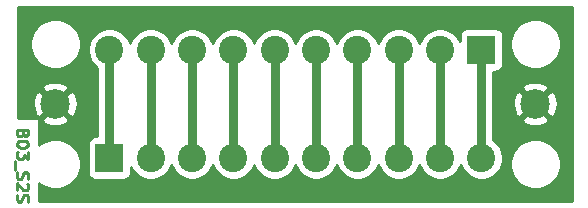
<source format=gbr>
G04 #@! TF.GenerationSoftware,KiCad,Pcbnew,5.1.5-52549c5~86~ubuntu18.04.1*
G04 #@! TF.CreationDate,2020-09-06T15:49:57-05:00*
G04 #@! TF.ProjectId,B03,4230332e-6b69-4636-9164-5f7063625858,rev?*
G04 #@! TF.SameCoordinates,Original*
G04 #@! TF.FileFunction,Copper,L1,Top*
G04 #@! TF.FilePolarity,Positive*
%FSLAX46Y46*%
G04 Gerber Fmt 4.6, Leading zero omitted, Abs format (unit mm)*
G04 Created by KiCad (PCBNEW 5.1.5-52549c5~86~ubuntu18.04.1) date 2020-09-06 15:49:57*
%MOMM*%
%LPD*%
G04 APERTURE LIST*
%ADD10C,0.250000*%
%ADD11C,2.400000*%
%ADD12R,2.400000X2.400000*%
%ADD13C,2.499360*%
%ADD14C,0.750000*%
%ADD15C,0.254000*%
G04 APERTURE END LIST*
D10*
X21051828Y-31396323D02*
X21004209Y-31539180D01*
X20956590Y-31586800D01*
X20861352Y-31634419D01*
X20718495Y-31634419D01*
X20623257Y-31586800D01*
X20575638Y-31539180D01*
X20528019Y-31443942D01*
X20528019Y-31062990D01*
X21528019Y-31062990D01*
X21528019Y-31396323D01*
X21480400Y-31491561D01*
X21432780Y-31539180D01*
X21337542Y-31586800D01*
X21242304Y-31586800D01*
X21147066Y-31539180D01*
X21099447Y-31491561D01*
X21051828Y-31396323D01*
X21051828Y-31062990D01*
X21528019Y-32253466D02*
X21528019Y-32348704D01*
X21480400Y-32443942D01*
X21432780Y-32491561D01*
X21337542Y-32539180D01*
X21147066Y-32586800D01*
X20908971Y-32586800D01*
X20718495Y-32539180D01*
X20623257Y-32491561D01*
X20575638Y-32443942D01*
X20528019Y-32348704D01*
X20528019Y-32253466D01*
X20575638Y-32158228D01*
X20623257Y-32110609D01*
X20718495Y-32062990D01*
X20908971Y-32015371D01*
X21147066Y-32015371D01*
X21337542Y-32062990D01*
X21432780Y-32110609D01*
X21480400Y-32158228D01*
X21528019Y-32253466D01*
X21528019Y-32920133D02*
X21528019Y-33539180D01*
X21147066Y-33205847D01*
X21147066Y-33348704D01*
X21099447Y-33443942D01*
X21051828Y-33491561D01*
X20956590Y-33539180D01*
X20718495Y-33539180D01*
X20623257Y-33491561D01*
X20575638Y-33443942D01*
X20528019Y-33348704D01*
X20528019Y-33062990D01*
X20575638Y-32967752D01*
X20623257Y-32920133D01*
X20432780Y-33729657D02*
X20432780Y-34491561D01*
X20575638Y-34682038D02*
X20528019Y-34824895D01*
X20528019Y-35062990D01*
X20575638Y-35158228D01*
X20623257Y-35205847D01*
X20718495Y-35253466D01*
X20813733Y-35253466D01*
X20908971Y-35205847D01*
X20956590Y-35158228D01*
X21004209Y-35062990D01*
X21051828Y-34872514D01*
X21099447Y-34777276D01*
X21147066Y-34729657D01*
X21242304Y-34682038D01*
X21337542Y-34682038D01*
X21432780Y-34729657D01*
X21480400Y-34777276D01*
X21528019Y-34872514D01*
X21528019Y-35110609D01*
X21480400Y-35253466D01*
X21432780Y-35634419D02*
X21480400Y-35682038D01*
X21528019Y-35777276D01*
X21528019Y-36015371D01*
X21480400Y-36110609D01*
X21432780Y-36158228D01*
X21337542Y-36205847D01*
X21242304Y-36205847D01*
X21099447Y-36158228D01*
X20528019Y-35586800D01*
X20528019Y-36205847D01*
X20575638Y-36586800D02*
X20528019Y-36729657D01*
X20528019Y-36967752D01*
X20575638Y-37062990D01*
X20623257Y-37110609D01*
X20718495Y-37158228D01*
X20813733Y-37158228D01*
X20908971Y-37110609D01*
X20956590Y-37062990D01*
X21004209Y-36967752D01*
X21051828Y-36777276D01*
X21099447Y-36682038D01*
X21147066Y-36634419D01*
X21242304Y-36586800D01*
X21337542Y-36586800D01*
X21432780Y-36634419D01*
X21480400Y-36682038D01*
X21528019Y-36777276D01*
X21528019Y-37015371D01*
X21480400Y-37158228D01*
D11*
X28380000Y-24307800D03*
X31880000Y-24307800D03*
X35380000Y-24307800D03*
X38880000Y-24307800D03*
X42380000Y-24307800D03*
X45880000Y-24307800D03*
X49380000Y-24307800D03*
X52880000Y-24307800D03*
X56380000Y-24307800D03*
D12*
X59880000Y-24307800D03*
D11*
X59880000Y-33472200D03*
X56380000Y-33472200D03*
X52880000Y-33472200D03*
X49380000Y-33472200D03*
X45880000Y-33472200D03*
X42380000Y-33472200D03*
X38880000Y-33472200D03*
X35380000Y-33472200D03*
X31880000Y-33472200D03*
D12*
X28380000Y-33472200D03*
D13*
X64450000Y-28890000D03*
X23810000Y-28890000D03*
D14*
X59880000Y-33472200D02*
X59880000Y-24307800D01*
X56380000Y-33472200D02*
X56380000Y-24307800D01*
X52880000Y-33472200D02*
X52880000Y-24307800D01*
X49380000Y-33472200D02*
X49380000Y-24307800D01*
X45880000Y-33472200D02*
X45880000Y-24307800D01*
X42380000Y-33472200D02*
X42380000Y-24307800D01*
X38880000Y-33472200D02*
X38880000Y-24307800D01*
X35380000Y-33472200D02*
X35380000Y-24307800D01*
X31880000Y-33472200D02*
X31880000Y-24307800D01*
X28380000Y-31522200D02*
X28380000Y-24307800D01*
X28380000Y-33472200D02*
X28380000Y-31522200D01*
D15*
G36*
X67513838Y-37120000D02*
G01*
X22397900Y-37120000D01*
X22397900Y-35577246D01*
X22449017Y-35628363D01*
X22798698Y-35862012D01*
X23187244Y-36022953D01*
X23599721Y-36105000D01*
X24020279Y-36105000D01*
X24432756Y-36022953D01*
X24821302Y-35862012D01*
X25170983Y-35628363D01*
X25468363Y-35330983D01*
X25702012Y-34981302D01*
X25862953Y-34592756D01*
X25945000Y-34180279D01*
X25945000Y-33759721D01*
X25862953Y-33347244D01*
X25702012Y-32958698D01*
X25468363Y-32609017D01*
X25170983Y-32311637D01*
X25111962Y-32272200D01*
X26541928Y-32272200D01*
X26541928Y-34672200D01*
X26554188Y-34796682D01*
X26590498Y-34916380D01*
X26649463Y-35026694D01*
X26728815Y-35123385D01*
X26825506Y-35202737D01*
X26935820Y-35261702D01*
X27055518Y-35298012D01*
X27180000Y-35310272D01*
X29580000Y-35310272D01*
X29704482Y-35298012D01*
X29824180Y-35261702D01*
X29934494Y-35202737D01*
X30031185Y-35123385D01*
X30110537Y-35026694D01*
X30169502Y-34916380D01*
X30205812Y-34796682D01*
X30218072Y-34672200D01*
X30218072Y-34255038D01*
X30253844Y-34341399D01*
X30454662Y-34641944D01*
X30710256Y-34897538D01*
X31010801Y-35098356D01*
X31344750Y-35236682D01*
X31699268Y-35307200D01*
X32060732Y-35307200D01*
X32415250Y-35236682D01*
X32749199Y-35098356D01*
X33049744Y-34897538D01*
X33305338Y-34641944D01*
X33506156Y-34341399D01*
X33630000Y-34042413D01*
X33753844Y-34341399D01*
X33954662Y-34641944D01*
X34210256Y-34897538D01*
X34510801Y-35098356D01*
X34844750Y-35236682D01*
X35199268Y-35307200D01*
X35560732Y-35307200D01*
X35915250Y-35236682D01*
X36249199Y-35098356D01*
X36549744Y-34897538D01*
X36805338Y-34641944D01*
X37006156Y-34341399D01*
X37130000Y-34042413D01*
X37253844Y-34341399D01*
X37454662Y-34641944D01*
X37710256Y-34897538D01*
X38010801Y-35098356D01*
X38344750Y-35236682D01*
X38699268Y-35307200D01*
X39060732Y-35307200D01*
X39415250Y-35236682D01*
X39749199Y-35098356D01*
X40049744Y-34897538D01*
X40305338Y-34641944D01*
X40506156Y-34341399D01*
X40630000Y-34042413D01*
X40753844Y-34341399D01*
X40954662Y-34641944D01*
X41210256Y-34897538D01*
X41510801Y-35098356D01*
X41844750Y-35236682D01*
X42199268Y-35307200D01*
X42560732Y-35307200D01*
X42915250Y-35236682D01*
X43249199Y-35098356D01*
X43549744Y-34897538D01*
X43805338Y-34641944D01*
X44006156Y-34341399D01*
X44130000Y-34042413D01*
X44253844Y-34341399D01*
X44454662Y-34641944D01*
X44710256Y-34897538D01*
X45010801Y-35098356D01*
X45344750Y-35236682D01*
X45699268Y-35307200D01*
X46060732Y-35307200D01*
X46415250Y-35236682D01*
X46749199Y-35098356D01*
X47049744Y-34897538D01*
X47305338Y-34641944D01*
X47506156Y-34341399D01*
X47630000Y-34042413D01*
X47753844Y-34341399D01*
X47954662Y-34641944D01*
X48210256Y-34897538D01*
X48510801Y-35098356D01*
X48844750Y-35236682D01*
X49199268Y-35307200D01*
X49560732Y-35307200D01*
X49915250Y-35236682D01*
X50249199Y-35098356D01*
X50549744Y-34897538D01*
X50805338Y-34641944D01*
X51006156Y-34341399D01*
X51130000Y-34042413D01*
X51253844Y-34341399D01*
X51454662Y-34641944D01*
X51710256Y-34897538D01*
X52010801Y-35098356D01*
X52344750Y-35236682D01*
X52699268Y-35307200D01*
X53060732Y-35307200D01*
X53415250Y-35236682D01*
X53749199Y-35098356D01*
X54049744Y-34897538D01*
X54305338Y-34641944D01*
X54506156Y-34341399D01*
X54630000Y-34042413D01*
X54753844Y-34341399D01*
X54954662Y-34641944D01*
X55210256Y-34897538D01*
X55510801Y-35098356D01*
X55844750Y-35236682D01*
X56199268Y-35307200D01*
X56560732Y-35307200D01*
X56915250Y-35236682D01*
X57249199Y-35098356D01*
X57549744Y-34897538D01*
X57805338Y-34641944D01*
X58006156Y-34341399D01*
X58130000Y-34042413D01*
X58253844Y-34341399D01*
X58454662Y-34641944D01*
X58710256Y-34897538D01*
X59010801Y-35098356D01*
X59344750Y-35236682D01*
X59699268Y-35307200D01*
X60060732Y-35307200D01*
X60415250Y-35236682D01*
X60749199Y-35098356D01*
X61049744Y-34897538D01*
X61305338Y-34641944D01*
X61506156Y-34341399D01*
X61644482Y-34007450D01*
X61693758Y-33759721D01*
X62315000Y-33759721D01*
X62315000Y-34180279D01*
X62397047Y-34592756D01*
X62557988Y-34981302D01*
X62791637Y-35330983D01*
X63089017Y-35628363D01*
X63438698Y-35862012D01*
X63827244Y-36022953D01*
X64239721Y-36105000D01*
X64660279Y-36105000D01*
X65072756Y-36022953D01*
X65461302Y-35862012D01*
X65810983Y-35628363D01*
X66108363Y-35330983D01*
X66342012Y-34981302D01*
X66502953Y-34592756D01*
X66585000Y-34180279D01*
X66585000Y-33759721D01*
X66502953Y-33347244D01*
X66342012Y-32958698D01*
X66108363Y-32609017D01*
X65810983Y-32311637D01*
X65461302Y-32077988D01*
X65072756Y-31917047D01*
X64660279Y-31835000D01*
X64239721Y-31835000D01*
X63827244Y-31917047D01*
X63438698Y-32077988D01*
X63089017Y-32311637D01*
X62791637Y-32609017D01*
X62557988Y-32958698D01*
X62397047Y-33347244D01*
X62315000Y-33759721D01*
X61693758Y-33759721D01*
X61715000Y-33652932D01*
X61715000Y-33291468D01*
X61644482Y-32936950D01*
X61506156Y-32603001D01*
X61305338Y-32302456D01*
X61049744Y-32046862D01*
X60890000Y-31940124D01*
X60890000Y-30203377D01*
X63316229Y-30203377D01*
X63442104Y-30493315D01*
X63774262Y-30659139D01*
X64132387Y-30756975D01*
X64502719Y-30783065D01*
X64871025Y-30736405D01*
X65223151Y-30618789D01*
X65457896Y-30493315D01*
X65583771Y-30203377D01*
X64450000Y-29069605D01*
X63316229Y-30203377D01*
X60890000Y-30203377D01*
X60890000Y-28942719D01*
X62556935Y-28942719D01*
X62603595Y-29311025D01*
X62721211Y-29663151D01*
X62846685Y-29897896D01*
X63136623Y-30023771D01*
X64270395Y-28890000D01*
X64629605Y-28890000D01*
X65763377Y-30023771D01*
X66053315Y-29897896D01*
X66219139Y-29565738D01*
X66316975Y-29207613D01*
X66343065Y-28837281D01*
X66296405Y-28468975D01*
X66178789Y-28116849D01*
X66053315Y-27882104D01*
X65763377Y-27756229D01*
X64629605Y-28890000D01*
X64270395Y-28890000D01*
X63136623Y-27756229D01*
X62846685Y-27882104D01*
X62680861Y-28214262D01*
X62583025Y-28572387D01*
X62556935Y-28942719D01*
X60890000Y-28942719D01*
X60890000Y-27576623D01*
X63316229Y-27576623D01*
X64450000Y-28710395D01*
X65583771Y-27576623D01*
X65457896Y-27286685D01*
X65125738Y-27120861D01*
X64767613Y-27023025D01*
X64397281Y-26996935D01*
X64028975Y-27043595D01*
X63676849Y-27161211D01*
X63442104Y-27286685D01*
X63316229Y-27576623D01*
X60890000Y-27576623D01*
X60890000Y-26145872D01*
X61080000Y-26145872D01*
X61204482Y-26133612D01*
X61324180Y-26097302D01*
X61434494Y-26038337D01*
X61531185Y-25958985D01*
X61610537Y-25862294D01*
X61669502Y-25751980D01*
X61705812Y-25632282D01*
X61718072Y-25507800D01*
X61718072Y-23599721D01*
X62315000Y-23599721D01*
X62315000Y-24020279D01*
X62397047Y-24432756D01*
X62557988Y-24821302D01*
X62791637Y-25170983D01*
X63089017Y-25468363D01*
X63438698Y-25702012D01*
X63827244Y-25862953D01*
X64239721Y-25945000D01*
X64660279Y-25945000D01*
X65072756Y-25862953D01*
X65461302Y-25702012D01*
X65810983Y-25468363D01*
X66108363Y-25170983D01*
X66342012Y-24821302D01*
X66502953Y-24432756D01*
X66585000Y-24020279D01*
X66585000Y-23599721D01*
X66502953Y-23187244D01*
X66342012Y-22798698D01*
X66108363Y-22449017D01*
X65810983Y-22151637D01*
X65461302Y-21917988D01*
X65072756Y-21757047D01*
X64660279Y-21675000D01*
X64239721Y-21675000D01*
X63827244Y-21757047D01*
X63438698Y-21917988D01*
X63089017Y-22151637D01*
X62791637Y-22449017D01*
X62557988Y-22798698D01*
X62397047Y-23187244D01*
X62315000Y-23599721D01*
X61718072Y-23599721D01*
X61718072Y-23107800D01*
X61705812Y-22983318D01*
X61669502Y-22863620D01*
X61610537Y-22753306D01*
X61531185Y-22656615D01*
X61434494Y-22577263D01*
X61324180Y-22518298D01*
X61204482Y-22481988D01*
X61080000Y-22469728D01*
X58680000Y-22469728D01*
X58555518Y-22481988D01*
X58435820Y-22518298D01*
X58325506Y-22577263D01*
X58228815Y-22656615D01*
X58149463Y-22753306D01*
X58090498Y-22863620D01*
X58054188Y-22983318D01*
X58041928Y-23107800D01*
X58041928Y-23524962D01*
X58006156Y-23438601D01*
X57805338Y-23138056D01*
X57549744Y-22882462D01*
X57249199Y-22681644D01*
X56915250Y-22543318D01*
X56560732Y-22472800D01*
X56199268Y-22472800D01*
X55844750Y-22543318D01*
X55510801Y-22681644D01*
X55210256Y-22882462D01*
X54954662Y-23138056D01*
X54753844Y-23438601D01*
X54630000Y-23737587D01*
X54506156Y-23438601D01*
X54305338Y-23138056D01*
X54049744Y-22882462D01*
X53749199Y-22681644D01*
X53415250Y-22543318D01*
X53060732Y-22472800D01*
X52699268Y-22472800D01*
X52344750Y-22543318D01*
X52010801Y-22681644D01*
X51710256Y-22882462D01*
X51454662Y-23138056D01*
X51253844Y-23438601D01*
X51130000Y-23737587D01*
X51006156Y-23438601D01*
X50805338Y-23138056D01*
X50549744Y-22882462D01*
X50249199Y-22681644D01*
X49915250Y-22543318D01*
X49560732Y-22472800D01*
X49199268Y-22472800D01*
X48844750Y-22543318D01*
X48510801Y-22681644D01*
X48210256Y-22882462D01*
X47954662Y-23138056D01*
X47753844Y-23438601D01*
X47630000Y-23737587D01*
X47506156Y-23438601D01*
X47305338Y-23138056D01*
X47049744Y-22882462D01*
X46749199Y-22681644D01*
X46415250Y-22543318D01*
X46060732Y-22472800D01*
X45699268Y-22472800D01*
X45344750Y-22543318D01*
X45010801Y-22681644D01*
X44710256Y-22882462D01*
X44454662Y-23138056D01*
X44253844Y-23438601D01*
X44130000Y-23737587D01*
X44006156Y-23438601D01*
X43805338Y-23138056D01*
X43549744Y-22882462D01*
X43249199Y-22681644D01*
X42915250Y-22543318D01*
X42560732Y-22472800D01*
X42199268Y-22472800D01*
X41844750Y-22543318D01*
X41510801Y-22681644D01*
X41210256Y-22882462D01*
X40954662Y-23138056D01*
X40753844Y-23438601D01*
X40630000Y-23737587D01*
X40506156Y-23438601D01*
X40305338Y-23138056D01*
X40049744Y-22882462D01*
X39749199Y-22681644D01*
X39415250Y-22543318D01*
X39060732Y-22472800D01*
X38699268Y-22472800D01*
X38344750Y-22543318D01*
X38010801Y-22681644D01*
X37710256Y-22882462D01*
X37454662Y-23138056D01*
X37253844Y-23438601D01*
X37130000Y-23737587D01*
X37006156Y-23438601D01*
X36805338Y-23138056D01*
X36549744Y-22882462D01*
X36249199Y-22681644D01*
X35915250Y-22543318D01*
X35560732Y-22472800D01*
X35199268Y-22472800D01*
X34844750Y-22543318D01*
X34510801Y-22681644D01*
X34210256Y-22882462D01*
X33954662Y-23138056D01*
X33753844Y-23438601D01*
X33630000Y-23737587D01*
X33506156Y-23438601D01*
X33305338Y-23138056D01*
X33049744Y-22882462D01*
X32749199Y-22681644D01*
X32415250Y-22543318D01*
X32060732Y-22472800D01*
X31699268Y-22472800D01*
X31344750Y-22543318D01*
X31010801Y-22681644D01*
X30710256Y-22882462D01*
X30454662Y-23138056D01*
X30253844Y-23438601D01*
X30130000Y-23737587D01*
X30006156Y-23438601D01*
X29805338Y-23138056D01*
X29549744Y-22882462D01*
X29249199Y-22681644D01*
X28915250Y-22543318D01*
X28560732Y-22472800D01*
X28199268Y-22472800D01*
X27844750Y-22543318D01*
X27510801Y-22681644D01*
X27210256Y-22882462D01*
X26954662Y-23138056D01*
X26753844Y-23438601D01*
X26615518Y-23772550D01*
X26545000Y-24127068D01*
X26545000Y-24488532D01*
X26615518Y-24843050D01*
X26753844Y-25176999D01*
X26954662Y-25477544D01*
X27210256Y-25733138D01*
X27370001Y-25839876D01*
X27370000Y-31571807D01*
X27370001Y-31571817D01*
X27370001Y-31634128D01*
X27180000Y-31634128D01*
X27055518Y-31646388D01*
X26935820Y-31682698D01*
X26825506Y-31741663D01*
X26728815Y-31821015D01*
X26649463Y-31917706D01*
X26590498Y-32028020D01*
X26554188Y-32147718D01*
X26541928Y-32272200D01*
X25111962Y-32272200D01*
X24821302Y-32077988D01*
X24432756Y-31917047D01*
X24020279Y-31835000D01*
X23599721Y-31835000D01*
X23187244Y-31917047D01*
X22798698Y-32077988D01*
X22449017Y-32311637D01*
X22397900Y-32362754D01*
X22397900Y-30203377D01*
X22676229Y-30203377D01*
X22802104Y-30493315D01*
X23134262Y-30659139D01*
X23492387Y-30756975D01*
X23862719Y-30783065D01*
X24231025Y-30736405D01*
X24583151Y-30618789D01*
X24817896Y-30493315D01*
X24943771Y-30203377D01*
X23810000Y-29069605D01*
X22676229Y-30203377D01*
X22397900Y-30203377D01*
X22397900Y-30064895D01*
X20660000Y-30064895D01*
X20660000Y-28942719D01*
X21916935Y-28942719D01*
X21963595Y-29311025D01*
X22081211Y-29663151D01*
X22206685Y-29897896D01*
X22496623Y-30023771D01*
X23630395Y-28890000D01*
X23989605Y-28890000D01*
X25123377Y-30023771D01*
X25413315Y-29897896D01*
X25579139Y-29565738D01*
X25676975Y-29207613D01*
X25703065Y-28837281D01*
X25656405Y-28468975D01*
X25538789Y-28116849D01*
X25413315Y-27882104D01*
X25123377Y-27756229D01*
X23989605Y-28890000D01*
X23630395Y-28890000D01*
X22496623Y-27756229D01*
X22206685Y-27882104D01*
X22040861Y-28214262D01*
X21943025Y-28572387D01*
X21916935Y-28942719D01*
X20660000Y-28942719D01*
X20660000Y-27576623D01*
X22676229Y-27576623D01*
X23810000Y-28710395D01*
X24943771Y-27576623D01*
X24817896Y-27286685D01*
X24485738Y-27120861D01*
X24127613Y-27023025D01*
X23757281Y-26996935D01*
X23388975Y-27043595D01*
X23036849Y-27161211D01*
X22802104Y-27286685D01*
X22676229Y-27576623D01*
X20660000Y-27576623D01*
X20660000Y-23599721D01*
X21675000Y-23599721D01*
X21675000Y-24020279D01*
X21757047Y-24432756D01*
X21917988Y-24821302D01*
X22151637Y-25170983D01*
X22449017Y-25468363D01*
X22798698Y-25702012D01*
X23187244Y-25862953D01*
X23599721Y-25945000D01*
X24020279Y-25945000D01*
X24432756Y-25862953D01*
X24821302Y-25702012D01*
X25170983Y-25468363D01*
X25468363Y-25170983D01*
X25702012Y-24821302D01*
X25862953Y-24432756D01*
X25945000Y-24020279D01*
X25945000Y-23599721D01*
X25862953Y-23187244D01*
X25702012Y-22798698D01*
X25468363Y-22449017D01*
X25170983Y-22151637D01*
X24821302Y-21917988D01*
X24432756Y-21757047D01*
X24020279Y-21675000D01*
X23599721Y-21675000D01*
X23187244Y-21757047D01*
X22798698Y-21917988D01*
X22449017Y-22151637D01*
X22151637Y-22449017D01*
X21917988Y-22798698D01*
X21757047Y-23187244D01*
X21675000Y-23599721D01*
X20660000Y-23599721D01*
X20660000Y-20660000D01*
X67588094Y-20660000D01*
X67513838Y-37120000D01*
G37*
X67513838Y-37120000D02*
X22397900Y-37120000D01*
X22397900Y-35577246D01*
X22449017Y-35628363D01*
X22798698Y-35862012D01*
X23187244Y-36022953D01*
X23599721Y-36105000D01*
X24020279Y-36105000D01*
X24432756Y-36022953D01*
X24821302Y-35862012D01*
X25170983Y-35628363D01*
X25468363Y-35330983D01*
X25702012Y-34981302D01*
X25862953Y-34592756D01*
X25945000Y-34180279D01*
X25945000Y-33759721D01*
X25862953Y-33347244D01*
X25702012Y-32958698D01*
X25468363Y-32609017D01*
X25170983Y-32311637D01*
X25111962Y-32272200D01*
X26541928Y-32272200D01*
X26541928Y-34672200D01*
X26554188Y-34796682D01*
X26590498Y-34916380D01*
X26649463Y-35026694D01*
X26728815Y-35123385D01*
X26825506Y-35202737D01*
X26935820Y-35261702D01*
X27055518Y-35298012D01*
X27180000Y-35310272D01*
X29580000Y-35310272D01*
X29704482Y-35298012D01*
X29824180Y-35261702D01*
X29934494Y-35202737D01*
X30031185Y-35123385D01*
X30110537Y-35026694D01*
X30169502Y-34916380D01*
X30205812Y-34796682D01*
X30218072Y-34672200D01*
X30218072Y-34255038D01*
X30253844Y-34341399D01*
X30454662Y-34641944D01*
X30710256Y-34897538D01*
X31010801Y-35098356D01*
X31344750Y-35236682D01*
X31699268Y-35307200D01*
X32060732Y-35307200D01*
X32415250Y-35236682D01*
X32749199Y-35098356D01*
X33049744Y-34897538D01*
X33305338Y-34641944D01*
X33506156Y-34341399D01*
X33630000Y-34042413D01*
X33753844Y-34341399D01*
X33954662Y-34641944D01*
X34210256Y-34897538D01*
X34510801Y-35098356D01*
X34844750Y-35236682D01*
X35199268Y-35307200D01*
X35560732Y-35307200D01*
X35915250Y-35236682D01*
X36249199Y-35098356D01*
X36549744Y-34897538D01*
X36805338Y-34641944D01*
X37006156Y-34341399D01*
X37130000Y-34042413D01*
X37253844Y-34341399D01*
X37454662Y-34641944D01*
X37710256Y-34897538D01*
X38010801Y-35098356D01*
X38344750Y-35236682D01*
X38699268Y-35307200D01*
X39060732Y-35307200D01*
X39415250Y-35236682D01*
X39749199Y-35098356D01*
X40049744Y-34897538D01*
X40305338Y-34641944D01*
X40506156Y-34341399D01*
X40630000Y-34042413D01*
X40753844Y-34341399D01*
X40954662Y-34641944D01*
X41210256Y-34897538D01*
X41510801Y-35098356D01*
X41844750Y-35236682D01*
X42199268Y-35307200D01*
X42560732Y-35307200D01*
X42915250Y-35236682D01*
X43249199Y-35098356D01*
X43549744Y-34897538D01*
X43805338Y-34641944D01*
X44006156Y-34341399D01*
X44130000Y-34042413D01*
X44253844Y-34341399D01*
X44454662Y-34641944D01*
X44710256Y-34897538D01*
X45010801Y-35098356D01*
X45344750Y-35236682D01*
X45699268Y-35307200D01*
X46060732Y-35307200D01*
X46415250Y-35236682D01*
X46749199Y-35098356D01*
X47049744Y-34897538D01*
X47305338Y-34641944D01*
X47506156Y-34341399D01*
X47630000Y-34042413D01*
X47753844Y-34341399D01*
X47954662Y-34641944D01*
X48210256Y-34897538D01*
X48510801Y-35098356D01*
X48844750Y-35236682D01*
X49199268Y-35307200D01*
X49560732Y-35307200D01*
X49915250Y-35236682D01*
X50249199Y-35098356D01*
X50549744Y-34897538D01*
X50805338Y-34641944D01*
X51006156Y-34341399D01*
X51130000Y-34042413D01*
X51253844Y-34341399D01*
X51454662Y-34641944D01*
X51710256Y-34897538D01*
X52010801Y-35098356D01*
X52344750Y-35236682D01*
X52699268Y-35307200D01*
X53060732Y-35307200D01*
X53415250Y-35236682D01*
X53749199Y-35098356D01*
X54049744Y-34897538D01*
X54305338Y-34641944D01*
X54506156Y-34341399D01*
X54630000Y-34042413D01*
X54753844Y-34341399D01*
X54954662Y-34641944D01*
X55210256Y-34897538D01*
X55510801Y-35098356D01*
X55844750Y-35236682D01*
X56199268Y-35307200D01*
X56560732Y-35307200D01*
X56915250Y-35236682D01*
X57249199Y-35098356D01*
X57549744Y-34897538D01*
X57805338Y-34641944D01*
X58006156Y-34341399D01*
X58130000Y-34042413D01*
X58253844Y-34341399D01*
X58454662Y-34641944D01*
X58710256Y-34897538D01*
X59010801Y-35098356D01*
X59344750Y-35236682D01*
X59699268Y-35307200D01*
X60060732Y-35307200D01*
X60415250Y-35236682D01*
X60749199Y-35098356D01*
X61049744Y-34897538D01*
X61305338Y-34641944D01*
X61506156Y-34341399D01*
X61644482Y-34007450D01*
X61693758Y-33759721D01*
X62315000Y-33759721D01*
X62315000Y-34180279D01*
X62397047Y-34592756D01*
X62557988Y-34981302D01*
X62791637Y-35330983D01*
X63089017Y-35628363D01*
X63438698Y-35862012D01*
X63827244Y-36022953D01*
X64239721Y-36105000D01*
X64660279Y-36105000D01*
X65072756Y-36022953D01*
X65461302Y-35862012D01*
X65810983Y-35628363D01*
X66108363Y-35330983D01*
X66342012Y-34981302D01*
X66502953Y-34592756D01*
X66585000Y-34180279D01*
X66585000Y-33759721D01*
X66502953Y-33347244D01*
X66342012Y-32958698D01*
X66108363Y-32609017D01*
X65810983Y-32311637D01*
X65461302Y-32077988D01*
X65072756Y-31917047D01*
X64660279Y-31835000D01*
X64239721Y-31835000D01*
X63827244Y-31917047D01*
X63438698Y-32077988D01*
X63089017Y-32311637D01*
X62791637Y-32609017D01*
X62557988Y-32958698D01*
X62397047Y-33347244D01*
X62315000Y-33759721D01*
X61693758Y-33759721D01*
X61715000Y-33652932D01*
X61715000Y-33291468D01*
X61644482Y-32936950D01*
X61506156Y-32603001D01*
X61305338Y-32302456D01*
X61049744Y-32046862D01*
X60890000Y-31940124D01*
X60890000Y-30203377D01*
X63316229Y-30203377D01*
X63442104Y-30493315D01*
X63774262Y-30659139D01*
X64132387Y-30756975D01*
X64502719Y-30783065D01*
X64871025Y-30736405D01*
X65223151Y-30618789D01*
X65457896Y-30493315D01*
X65583771Y-30203377D01*
X64450000Y-29069605D01*
X63316229Y-30203377D01*
X60890000Y-30203377D01*
X60890000Y-28942719D01*
X62556935Y-28942719D01*
X62603595Y-29311025D01*
X62721211Y-29663151D01*
X62846685Y-29897896D01*
X63136623Y-30023771D01*
X64270395Y-28890000D01*
X64629605Y-28890000D01*
X65763377Y-30023771D01*
X66053315Y-29897896D01*
X66219139Y-29565738D01*
X66316975Y-29207613D01*
X66343065Y-28837281D01*
X66296405Y-28468975D01*
X66178789Y-28116849D01*
X66053315Y-27882104D01*
X65763377Y-27756229D01*
X64629605Y-28890000D01*
X64270395Y-28890000D01*
X63136623Y-27756229D01*
X62846685Y-27882104D01*
X62680861Y-28214262D01*
X62583025Y-28572387D01*
X62556935Y-28942719D01*
X60890000Y-28942719D01*
X60890000Y-27576623D01*
X63316229Y-27576623D01*
X64450000Y-28710395D01*
X65583771Y-27576623D01*
X65457896Y-27286685D01*
X65125738Y-27120861D01*
X64767613Y-27023025D01*
X64397281Y-26996935D01*
X64028975Y-27043595D01*
X63676849Y-27161211D01*
X63442104Y-27286685D01*
X63316229Y-27576623D01*
X60890000Y-27576623D01*
X60890000Y-26145872D01*
X61080000Y-26145872D01*
X61204482Y-26133612D01*
X61324180Y-26097302D01*
X61434494Y-26038337D01*
X61531185Y-25958985D01*
X61610537Y-25862294D01*
X61669502Y-25751980D01*
X61705812Y-25632282D01*
X61718072Y-25507800D01*
X61718072Y-23599721D01*
X62315000Y-23599721D01*
X62315000Y-24020279D01*
X62397047Y-24432756D01*
X62557988Y-24821302D01*
X62791637Y-25170983D01*
X63089017Y-25468363D01*
X63438698Y-25702012D01*
X63827244Y-25862953D01*
X64239721Y-25945000D01*
X64660279Y-25945000D01*
X65072756Y-25862953D01*
X65461302Y-25702012D01*
X65810983Y-25468363D01*
X66108363Y-25170983D01*
X66342012Y-24821302D01*
X66502953Y-24432756D01*
X66585000Y-24020279D01*
X66585000Y-23599721D01*
X66502953Y-23187244D01*
X66342012Y-22798698D01*
X66108363Y-22449017D01*
X65810983Y-22151637D01*
X65461302Y-21917988D01*
X65072756Y-21757047D01*
X64660279Y-21675000D01*
X64239721Y-21675000D01*
X63827244Y-21757047D01*
X63438698Y-21917988D01*
X63089017Y-22151637D01*
X62791637Y-22449017D01*
X62557988Y-22798698D01*
X62397047Y-23187244D01*
X62315000Y-23599721D01*
X61718072Y-23599721D01*
X61718072Y-23107800D01*
X61705812Y-22983318D01*
X61669502Y-22863620D01*
X61610537Y-22753306D01*
X61531185Y-22656615D01*
X61434494Y-22577263D01*
X61324180Y-22518298D01*
X61204482Y-22481988D01*
X61080000Y-22469728D01*
X58680000Y-22469728D01*
X58555518Y-22481988D01*
X58435820Y-22518298D01*
X58325506Y-22577263D01*
X58228815Y-22656615D01*
X58149463Y-22753306D01*
X58090498Y-22863620D01*
X58054188Y-22983318D01*
X58041928Y-23107800D01*
X58041928Y-23524962D01*
X58006156Y-23438601D01*
X57805338Y-23138056D01*
X57549744Y-22882462D01*
X57249199Y-22681644D01*
X56915250Y-22543318D01*
X56560732Y-22472800D01*
X56199268Y-22472800D01*
X55844750Y-22543318D01*
X55510801Y-22681644D01*
X55210256Y-22882462D01*
X54954662Y-23138056D01*
X54753844Y-23438601D01*
X54630000Y-23737587D01*
X54506156Y-23438601D01*
X54305338Y-23138056D01*
X54049744Y-22882462D01*
X53749199Y-22681644D01*
X53415250Y-22543318D01*
X53060732Y-22472800D01*
X52699268Y-22472800D01*
X52344750Y-22543318D01*
X52010801Y-22681644D01*
X51710256Y-22882462D01*
X51454662Y-23138056D01*
X51253844Y-23438601D01*
X51130000Y-23737587D01*
X51006156Y-23438601D01*
X50805338Y-23138056D01*
X50549744Y-22882462D01*
X50249199Y-22681644D01*
X49915250Y-22543318D01*
X49560732Y-22472800D01*
X49199268Y-22472800D01*
X48844750Y-22543318D01*
X48510801Y-22681644D01*
X48210256Y-22882462D01*
X47954662Y-23138056D01*
X47753844Y-23438601D01*
X47630000Y-23737587D01*
X47506156Y-23438601D01*
X47305338Y-23138056D01*
X47049744Y-22882462D01*
X46749199Y-22681644D01*
X46415250Y-22543318D01*
X46060732Y-22472800D01*
X45699268Y-22472800D01*
X45344750Y-22543318D01*
X45010801Y-22681644D01*
X44710256Y-22882462D01*
X44454662Y-23138056D01*
X44253844Y-23438601D01*
X44130000Y-23737587D01*
X44006156Y-23438601D01*
X43805338Y-23138056D01*
X43549744Y-22882462D01*
X43249199Y-22681644D01*
X42915250Y-22543318D01*
X42560732Y-22472800D01*
X42199268Y-22472800D01*
X41844750Y-22543318D01*
X41510801Y-22681644D01*
X41210256Y-22882462D01*
X40954662Y-23138056D01*
X40753844Y-23438601D01*
X40630000Y-23737587D01*
X40506156Y-23438601D01*
X40305338Y-23138056D01*
X40049744Y-22882462D01*
X39749199Y-22681644D01*
X39415250Y-22543318D01*
X39060732Y-22472800D01*
X38699268Y-22472800D01*
X38344750Y-22543318D01*
X38010801Y-22681644D01*
X37710256Y-22882462D01*
X37454662Y-23138056D01*
X37253844Y-23438601D01*
X37130000Y-23737587D01*
X37006156Y-23438601D01*
X36805338Y-23138056D01*
X36549744Y-22882462D01*
X36249199Y-22681644D01*
X35915250Y-22543318D01*
X35560732Y-22472800D01*
X35199268Y-22472800D01*
X34844750Y-22543318D01*
X34510801Y-22681644D01*
X34210256Y-22882462D01*
X33954662Y-23138056D01*
X33753844Y-23438601D01*
X33630000Y-23737587D01*
X33506156Y-23438601D01*
X33305338Y-23138056D01*
X33049744Y-22882462D01*
X32749199Y-22681644D01*
X32415250Y-22543318D01*
X32060732Y-22472800D01*
X31699268Y-22472800D01*
X31344750Y-22543318D01*
X31010801Y-22681644D01*
X30710256Y-22882462D01*
X30454662Y-23138056D01*
X30253844Y-23438601D01*
X30130000Y-23737587D01*
X30006156Y-23438601D01*
X29805338Y-23138056D01*
X29549744Y-22882462D01*
X29249199Y-22681644D01*
X28915250Y-22543318D01*
X28560732Y-22472800D01*
X28199268Y-22472800D01*
X27844750Y-22543318D01*
X27510801Y-22681644D01*
X27210256Y-22882462D01*
X26954662Y-23138056D01*
X26753844Y-23438601D01*
X26615518Y-23772550D01*
X26545000Y-24127068D01*
X26545000Y-24488532D01*
X26615518Y-24843050D01*
X26753844Y-25176999D01*
X26954662Y-25477544D01*
X27210256Y-25733138D01*
X27370001Y-25839876D01*
X27370000Y-31571807D01*
X27370001Y-31571817D01*
X27370001Y-31634128D01*
X27180000Y-31634128D01*
X27055518Y-31646388D01*
X26935820Y-31682698D01*
X26825506Y-31741663D01*
X26728815Y-31821015D01*
X26649463Y-31917706D01*
X26590498Y-32028020D01*
X26554188Y-32147718D01*
X26541928Y-32272200D01*
X25111962Y-32272200D01*
X24821302Y-32077988D01*
X24432756Y-31917047D01*
X24020279Y-31835000D01*
X23599721Y-31835000D01*
X23187244Y-31917047D01*
X22798698Y-32077988D01*
X22449017Y-32311637D01*
X22397900Y-32362754D01*
X22397900Y-30203377D01*
X22676229Y-30203377D01*
X22802104Y-30493315D01*
X23134262Y-30659139D01*
X23492387Y-30756975D01*
X23862719Y-30783065D01*
X24231025Y-30736405D01*
X24583151Y-30618789D01*
X24817896Y-30493315D01*
X24943771Y-30203377D01*
X23810000Y-29069605D01*
X22676229Y-30203377D01*
X22397900Y-30203377D01*
X22397900Y-30064895D01*
X20660000Y-30064895D01*
X20660000Y-28942719D01*
X21916935Y-28942719D01*
X21963595Y-29311025D01*
X22081211Y-29663151D01*
X22206685Y-29897896D01*
X22496623Y-30023771D01*
X23630395Y-28890000D01*
X23989605Y-28890000D01*
X25123377Y-30023771D01*
X25413315Y-29897896D01*
X25579139Y-29565738D01*
X25676975Y-29207613D01*
X25703065Y-28837281D01*
X25656405Y-28468975D01*
X25538789Y-28116849D01*
X25413315Y-27882104D01*
X25123377Y-27756229D01*
X23989605Y-28890000D01*
X23630395Y-28890000D01*
X22496623Y-27756229D01*
X22206685Y-27882104D01*
X22040861Y-28214262D01*
X21943025Y-28572387D01*
X21916935Y-28942719D01*
X20660000Y-28942719D01*
X20660000Y-27576623D01*
X22676229Y-27576623D01*
X23810000Y-28710395D01*
X24943771Y-27576623D01*
X24817896Y-27286685D01*
X24485738Y-27120861D01*
X24127613Y-27023025D01*
X23757281Y-26996935D01*
X23388975Y-27043595D01*
X23036849Y-27161211D01*
X22802104Y-27286685D01*
X22676229Y-27576623D01*
X20660000Y-27576623D01*
X20660000Y-23599721D01*
X21675000Y-23599721D01*
X21675000Y-24020279D01*
X21757047Y-24432756D01*
X21917988Y-24821302D01*
X22151637Y-25170983D01*
X22449017Y-25468363D01*
X22798698Y-25702012D01*
X23187244Y-25862953D01*
X23599721Y-25945000D01*
X24020279Y-25945000D01*
X24432756Y-25862953D01*
X24821302Y-25702012D01*
X25170983Y-25468363D01*
X25468363Y-25170983D01*
X25702012Y-24821302D01*
X25862953Y-24432756D01*
X25945000Y-24020279D01*
X25945000Y-23599721D01*
X25862953Y-23187244D01*
X25702012Y-22798698D01*
X25468363Y-22449017D01*
X25170983Y-22151637D01*
X24821302Y-21917988D01*
X24432756Y-21757047D01*
X24020279Y-21675000D01*
X23599721Y-21675000D01*
X23187244Y-21757047D01*
X22798698Y-21917988D01*
X22449017Y-22151637D01*
X22151637Y-22449017D01*
X21917988Y-22798698D01*
X21757047Y-23187244D01*
X21675000Y-23599721D01*
X20660000Y-23599721D01*
X20660000Y-20660000D01*
X67588094Y-20660000D01*
X67513838Y-37120000D01*
M02*

</source>
